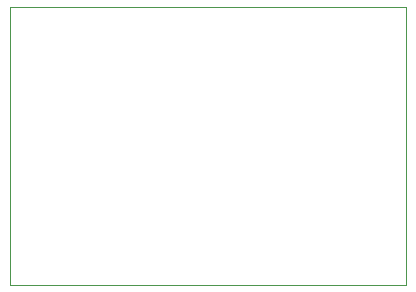
<source format=gko>
G04 #@! TF.GenerationSoftware,KiCad,Pcbnew,8.0.9-8.0.9-0~ubuntu24.04.1*
G04 #@! TF.CreationDate,2025-11-29T15:29:06+00:00*
G04 #@! TF.ProjectId,greenenergyecu,67726565-6e65-46e6-9572-67796563752e,rev?*
G04 #@! TF.SameCoordinates,Original*
G04 #@! TF.FileFunction,Profile,NP*
%FSLAX46Y46*%
G04 Gerber Fmt 4.6, Leading zero omitted, Abs format (unit mm)*
G04 Created by KiCad (PCBNEW 8.0.9-8.0.9-0~ubuntu24.04.1) date 2025-11-29 15:29:06*
%MOMM*%
%LPD*%
G01*
G04 APERTURE LIST*
G04 #@! TA.AperFunction,Profile*
%ADD10C,0.050000*%
G04 #@! TD*
G04 APERTURE END LIST*
D10*
X0Y23500000D02*
X33500000Y23500000D01*
X33500000Y0D01*
X0Y0D01*
X0Y23500000D01*
M02*

</source>
